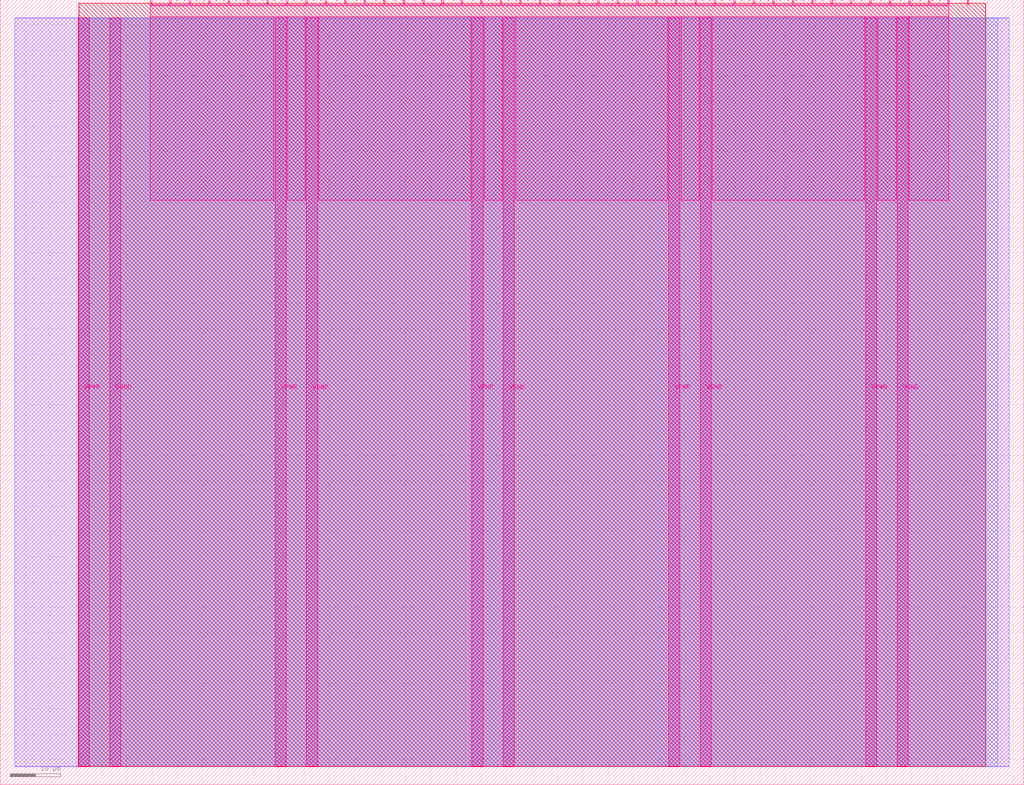
<source format=lef>
VERSION 5.7 ;
  NOWIREEXTENSIONATPIN ON ;
  DIVIDERCHAR "/" ;
  BUSBITCHARS "[]" ;
MACRO tt_um_project_tt10
  CLASS BLOCK ;
  FOREIGN tt_um_project_tt10 ;
  ORIGIN 0.000 0.000 ;
  SIZE 202.080 BY 154.980 ;
  PIN VGND
    DIRECTION INOUT ;
    USE GROUND ;
    PORT
      LAYER Metal5 ;
        RECT 21.580 3.560 23.780 151.420 ;
    END
    PORT
      LAYER Metal5 ;
        RECT 60.450 3.560 62.650 151.420 ;
    END
    PORT
      LAYER Metal5 ;
        RECT 99.320 3.560 101.520 151.420 ;
    END
    PORT
      LAYER Metal5 ;
        RECT 138.190 3.560 140.390 151.420 ;
    END
    PORT
      LAYER Metal5 ;
        RECT 177.060 3.560 179.260 151.420 ;
    END
  END VGND
  PIN VPWR
    DIRECTION INOUT ;
    USE POWER ;
    PORT
      LAYER Metal5 ;
        RECT 15.380 3.560 17.580 151.420 ;
    END
    PORT
      LAYER Metal5 ;
        RECT 54.250 3.560 56.450 151.420 ;
    END
    PORT
      LAYER Metal5 ;
        RECT 93.120 3.560 95.320 151.420 ;
    END
    PORT
      LAYER Metal5 ;
        RECT 131.990 3.560 134.190 151.420 ;
    END
    PORT
      LAYER Metal5 ;
        RECT 170.860 3.560 173.060 151.420 ;
    END
  END VPWR
  PIN clk
    DIRECTION INPUT ;
    USE SIGNAL ;
    ANTENNAGATEAREA 0.213200 ;
    PORT
      LAYER Metal5 ;
        RECT 187.050 153.980 187.350 154.980 ;
    END
  END clk
  PIN ena
    DIRECTION INPUT ;
    USE SIGNAL ;
    PORT
      LAYER Metal5 ;
        RECT 190.890 153.980 191.190 154.980 ;
    END
  END ena
  PIN rst_n
    DIRECTION INPUT ;
    USE SIGNAL ;
    ANTENNAGATEAREA 0.213200 ;
    PORT
      LAYER Metal5 ;
        RECT 183.210 153.980 183.510 154.980 ;
    END
  END rst_n
  PIN ui_in[0]
    DIRECTION INPUT ;
    USE SIGNAL ;
    ANTENNAGATEAREA 0.180700 ;
    PORT
      LAYER Metal5 ;
        RECT 179.370 153.980 179.670 154.980 ;
    END
  END ui_in[0]
  PIN ui_in[1]
    DIRECTION INPUT ;
    USE SIGNAL ;
    ANTENNAGATEAREA 0.180700 ;
    PORT
      LAYER Metal5 ;
        RECT 175.530 153.980 175.830 154.980 ;
    END
  END ui_in[1]
  PIN ui_in[2]
    DIRECTION INPUT ;
    USE SIGNAL ;
    ANTENNAGATEAREA 0.180700 ;
    PORT
      LAYER Metal5 ;
        RECT 171.690 153.980 171.990 154.980 ;
    END
  END ui_in[2]
  PIN ui_in[3]
    DIRECTION INPUT ;
    USE SIGNAL ;
    ANTENNAGATEAREA 0.180700 ;
    PORT
      LAYER Metal5 ;
        RECT 167.850 153.980 168.150 154.980 ;
    END
  END ui_in[3]
  PIN ui_in[4]
    DIRECTION INPUT ;
    USE SIGNAL ;
    ANTENNAGATEAREA 0.180700 ;
    PORT
      LAYER Metal5 ;
        RECT 164.010 153.980 164.310 154.980 ;
    END
  END ui_in[4]
  PIN ui_in[5]
    DIRECTION INPUT ;
    USE SIGNAL ;
    ANTENNAGATEAREA 0.180700 ;
    PORT
      LAYER Metal5 ;
        RECT 160.170 153.980 160.470 154.980 ;
    END
  END ui_in[5]
  PIN ui_in[6]
    DIRECTION INPUT ;
    USE SIGNAL ;
    ANTENNAGATEAREA 0.180700 ;
    PORT
      LAYER Metal5 ;
        RECT 156.330 153.980 156.630 154.980 ;
    END
  END ui_in[6]
  PIN ui_in[7]
    DIRECTION INPUT ;
    USE SIGNAL ;
    ANTENNAGATEAREA 0.180700 ;
    PORT
      LAYER Metal5 ;
        RECT 152.490 153.980 152.790 154.980 ;
    END
  END ui_in[7]
  PIN uio_in[0]
    DIRECTION INPUT ;
    USE SIGNAL ;
    ANTENNAGATEAREA 0.426400 ;
    PORT
      LAYER Metal5 ;
        RECT 148.650 153.980 148.950 154.980 ;
    END
  END uio_in[0]
  PIN uio_in[1]
    DIRECTION INPUT ;
    USE SIGNAL ;
    PORT
      LAYER Metal5 ;
        RECT 144.810 153.980 145.110 154.980 ;
    END
  END uio_in[1]
  PIN uio_in[2]
    DIRECTION INPUT ;
    USE SIGNAL ;
    PORT
      LAYER Metal5 ;
        RECT 140.970 153.980 141.270 154.980 ;
    END
  END uio_in[2]
  PIN uio_in[3]
    DIRECTION INPUT ;
    USE SIGNAL ;
    PORT
      LAYER Metal5 ;
        RECT 137.130 153.980 137.430 154.980 ;
    END
  END uio_in[3]
  PIN uio_in[4]
    DIRECTION INPUT ;
    USE SIGNAL ;
    PORT
      LAYER Metal5 ;
        RECT 133.290 153.980 133.590 154.980 ;
    END
  END uio_in[4]
  PIN uio_in[5]
    DIRECTION INPUT ;
    USE SIGNAL ;
    PORT
      LAYER Metal5 ;
        RECT 129.450 153.980 129.750 154.980 ;
    END
  END uio_in[5]
  PIN uio_in[6]
    DIRECTION INPUT ;
    USE SIGNAL ;
    PORT
      LAYER Metal5 ;
        RECT 125.610 153.980 125.910 154.980 ;
    END
  END uio_in[6]
  PIN uio_in[7]
    DIRECTION INPUT ;
    USE SIGNAL ;
    PORT
      LAYER Metal5 ;
        RECT 121.770 153.980 122.070 154.980 ;
    END
  END uio_in[7]
  PIN uio_oe[0]
    DIRECTION OUTPUT ;
    USE SIGNAL ;
    ANTENNADIFFAREA 0.299200 ;
    PORT
      LAYER Metal5 ;
        RECT 56.490 153.980 56.790 154.980 ;
    END
  END uio_oe[0]
  PIN uio_oe[1]
    DIRECTION OUTPUT ;
    USE SIGNAL ;
    ANTENNADIFFAREA 0.299200 ;
    PORT
      LAYER Metal5 ;
        RECT 52.650 153.980 52.950 154.980 ;
    END
  END uio_oe[1]
  PIN uio_oe[2]
    DIRECTION OUTPUT ;
    USE SIGNAL ;
    ANTENNADIFFAREA 0.299200 ;
    PORT
      LAYER Metal5 ;
        RECT 48.810 153.980 49.110 154.980 ;
    END
  END uio_oe[2]
  PIN uio_oe[3]
    DIRECTION OUTPUT ;
    USE SIGNAL ;
    ANTENNADIFFAREA 0.299200 ;
    PORT
      LAYER Metal5 ;
        RECT 44.970 153.980 45.270 154.980 ;
    END
  END uio_oe[3]
  PIN uio_oe[4]
    DIRECTION OUTPUT ;
    USE SIGNAL ;
    ANTENNADIFFAREA 0.299200 ;
    PORT
      LAYER Metal5 ;
        RECT 41.130 153.980 41.430 154.980 ;
    END
  END uio_oe[4]
  PIN uio_oe[5]
    DIRECTION OUTPUT ;
    USE SIGNAL ;
    ANTENNADIFFAREA 0.299200 ;
    PORT
      LAYER Metal5 ;
        RECT 37.290 153.980 37.590 154.980 ;
    END
  END uio_oe[5]
  PIN uio_oe[6]
    DIRECTION OUTPUT ;
    USE SIGNAL ;
    ANTENNADIFFAREA 0.299200 ;
    PORT
      LAYER Metal5 ;
        RECT 33.450 153.980 33.750 154.980 ;
    END
  END uio_oe[6]
  PIN uio_oe[7]
    DIRECTION OUTPUT ;
    USE SIGNAL ;
    ANTENNADIFFAREA 0.299200 ;
    PORT
      LAYER Metal5 ;
        RECT 29.610 153.980 29.910 154.980 ;
    END
  END uio_oe[7]
  PIN uio_out[0]
    DIRECTION OUTPUT ;
    USE SIGNAL ;
    ANTENNADIFFAREA 0.299200 ;
    PORT
      LAYER Metal5 ;
        RECT 87.210 153.980 87.510 154.980 ;
    END
  END uio_out[0]
  PIN uio_out[1]
    DIRECTION OUTPUT ;
    USE SIGNAL ;
    ANTENNADIFFAREA 0.299200 ;
    PORT
      LAYER Metal5 ;
        RECT 83.370 153.980 83.670 154.980 ;
    END
  END uio_out[1]
  PIN uio_out[2]
    DIRECTION OUTPUT ;
    USE SIGNAL ;
    ANTENNADIFFAREA 0.299200 ;
    PORT
      LAYER Metal5 ;
        RECT 79.530 153.980 79.830 154.980 ;
    END
  END uio_out[2]
  PIN uio_out[3]
    DIRECTION OUTPUT ;
    USE SIGNAL ;
    ANTENNADIFFAREA 0.299200 ;
    PORT
      LAYER Metal5 ;
        RECT 75.690 153.980 75.990 154.980 ;
    END
  END uio_out[3]
  PIN uio_out[4]
    DIRECTION OUTPUT ;
    USE SIGNAL ;
    ANTENNADIFFAREA 0.299200 ;
    PORT
      LAYER Metal5 ;
        RECT 71.850 153.980 72.150 154.980 ;
    END
  END uio_out[4]
  PIN uio_out[5]
    DIRECTION OUTPUT ;
    USE SIGNAL ;
    ANTENNADIFFAREA 0.299200 ;
    PORT
      LAYER Metal5 ;
        RECT 68.010 153.980 68.310 154.980 ;
    END
  END uio_out[5]
  PIN uio_out[6]
    DIRECTION OUTPUT ;
    USE SIGNAL ;
    ANTENNADIFFAREA 0.299200 ;
    PORT
      LAYER Metal5 ;
        RECT 64.170 153.980 64.470 154.980 ;
    END
  END uio_out[6]
  PIN uio_out[7]
    DIRECTION OUTPUT ;
    USE SIGNAL ;
    ANTENNADIFFAREA 0.299200 ;
    PORT
      LAYER Metal5 ;
        RECT 60.330 153.980 60.630 154.980 ;
    END
  END uio_out[7]
  PIN uo_out[0]
    DIRECTION OUTPUT ;
    USE SIGNAL ;
    ANTENNAGATEAREA 0.109200 ;
    ANTENNADIFFAREA 0.632400 ;
    PORT
      LAYER Metal5 ;
        RECT 117.930 153.980 118.230 154.980 ;
    END
  END uo_out[0]
  PIN uo_out[1]
    DIRECTION OUTPUT ;
    USE SIGNAL ;
    ANTENNAGATEAREA 3.759600 ;
    ANTENNADIFFAREA 12.724800 ;
    PORT
      LAYER Metal5 ;
        RECT 114.090 153.980 114.390 154.980 ;
    END
  END uo_out[1]
  PIN uo_out[2]
    DIRECTION OUTPUT ;
    USE SIGNAL ;
    ANTENNAGATEAREA 1.934400 ;
    ANTENNADIFFAREA 6.678600 ;
    PORT
      LAYER Metal5 ;
        RECT 110.250 153.980 110.550 154.980 ;
    END
  END uo_out[2]
  PIN uo_out[3]
    DIRECTION OUTPUT ;
    USE SIGNAL ;
    ANTENNAGATEAREA 0.109200 ;
    ANTENNADIFFAREA 0.632400 ;
    PORT
      LAYER Metal5 ;
        RECT 106.410 153.980 106.710 154.980 ;
    END
  END uo_out[3]
  PIN uo_out[4]
    DIRECTION OUTPUT ;
    USE SIGNAL ;
    ANTENNAGATEAREA 0.109200 ;
    ANTENNADIFFAREA 0.632400 ;
    PORT
      LAYER Metal5 ;
        RECT 102.570 153.980 102.870 154.980 ;
    END
  END uo_out[4]
  PIN uo_out[5]
    DIRECTION OUTPUT ;
    USE SIGNAL ;
    ANTENNAGATEAREA 0.109200 ;
    ANTENNADIFFAREA 0.632400 ;
    PORT
      LAYER Metal5 ;
        RECT 98.730 153.980 99.030 154.980 ;
    END
  END uo_out[5]
  PIN uo_out[6]
    DIRECTION OUTPUT ;
    USE SIGNAL ;
    ANTENNAGATEAREA 1.326000 ;
    ANTENNADIFFAREA 4.663200 ;
    PORT
      LAYER Metal5 ;
        RECT 94.890 153.980 95.190 154.980 ;
    END
  END uo_out[6]
  PIN uo_out[7]
    DIRECTION OUTPUT ;
    USE SIGNAL ;
    ANTENNADIFFAREA 0.632400 ;
    PORT
      LAYER Metal5 ;
        RECT 91.050 153.980 91.350 154.980 ;
    END
  END uo_out[7]
  OBS
      LAYER GatPoly ;
        RECT 2.880 3.630 199.200 151.350 ;
      LAYER Metal1 ;
        RECT 2.880 3.560 199.200 151.420 ;
      LAYER Metal2 ;
        RECT 15.515 3.680 196.945 151.300 ;
      LAYER Metal3 ;
        RECT 15.560 3.635 194.500 154.285 ;
      LAYER Metal4 ;
        RECT 15.515 3.680 194.545 154.240 ;
      LAYER Metal5 ;
        RECT 30.120 153.770 33.240 153.980 ;
        RECT 33.960 153.770 37.080 153.980 ;
        RECT 37.800 153.770 40.920 153.980 ;
        RECT 41.640 153.770 44.760 153.980 ;
        RECT 45.480 153.770 48.600 153.980 ;
        RECT 49.320 153.770 52.440 153.980 ;
        RECT 53.160 153.770 56.280 153.980 ;
        RECT 57.000 153.770 60.120 153.980 ;
        RECT 60.840 153.770 63.960 153.980 ;
        RECT 64.680 153.770 67.800 153.980 ;
        RECT 68.520 153.770 71.640 153.980 ;
        RECT 72.360 153.770 75.480 153.980 ;
        RECT 76.200 153.770 79.320 153.980 ;
        RECT 80.040 153.770 83.160 153.980 ;
        RECT 83.880 153.770 87.000 153.980 ;
        RECT 87.720 153.770 90.840 153.980 ;
        RECT 91.560 153.770 94.680 153.980 ;
        RECT 95.400 153.770 98.520 153.980 ;
        RECT 99.240 153.770 102.360 153.980 ;
        RECT 103.080 153.770 106.200 153.980 ;
        RECT 106.920 153.770 110.040 153.980 ;
        RECT 110.760 153.770 113.880 153.980 ;
        RECT 114.600 153.770 117.720 153.980 ;
        RECT 118.440 153.770 121.560 153.980 ;
        RECT 122.280 153.770 125.400 153.980 ;
        RECT 126.120 153.770 129.240 153.980 ;
        RECT 129.960 153.770 133.080 153.980 ;
        RECT 133.800 153.770 136.920 153.980 ;
        RECT 137.640 153.770 140.760 153.980 ;
        RECT 141.480 153.770 144.600 153.980 ;
        RECT 145.320 153.770 148.440 153.980 ;
        RECT 149.160 153.770 152.280 153.980 ;
        RECT 153.000 153.770 156.120 153.980 ;
        RECT 156.840 153.770 159.960 153.980 ;
        RECT 160.680 153.770 163.800 153.980 ;
        RECT 164.520 153.770 167.640 153.980 ;
        RECT 168.360 153.770 171.480 153.980 ;
        RECT 172.200 153.770 175.320 153.980 ;
        RECT 176.040 153.770 179.160 153.980 ;
        RECT 179.880 153.770 183.000 153.980 ;
        RECT 183.720 153.770 186.840 153.980 ;
        RECT 29.660 151.630 187.300 153.770 ;
        RECT 29.660 115.355 54.040 151.630 ;
        RECT 56.660 115.355 60.240 151.630 ;
        RECT 62.860 115.355 92.910 151.630 ;
        RECT 95.530 115.355 99.110 151.630 ;
        RECT 101.730 115.355 131.780 151.630 ;
        RECT 134.400 115.355 137.980 151.630 ;
        RECT 140.600 115.355 170.650 151.630 ;
        RECT 173.270 115.355 176.850 151.630 ;
        RECT 179.470 115.355 187.300 151.630 ;
  END
END tt_um_project_tt10
END LIBRARY


</source>
